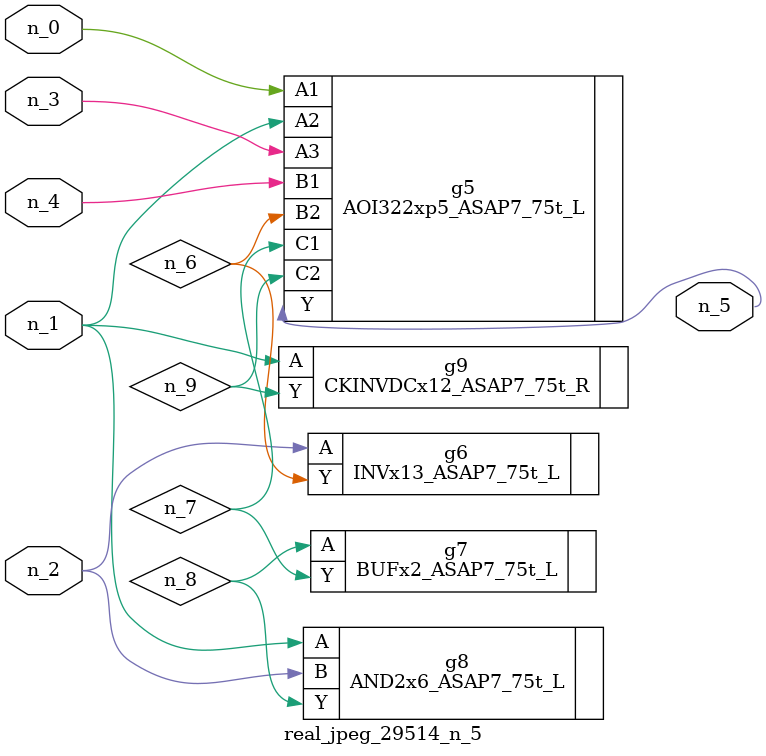
<source format=v>
module real_jpeg_29514_n_5 (n_4, n_0, n_1, n_2, n_3, n_5);

input n_4;
input n_0;
input n_1;
input n_2;
input n_3;

output n_5;

wire n_8;
wire n_6;
wire n_7;
wire n_9;

AOI322xp5_ASAP7_75t_L g5 ( 
.A1(n_0),
.A2(n_1),
.A3(n_3),
.B1(n_4),
.B2(n_6),
.C1(n_7),
.C2(n_9),
.Y(n_5)
);

AND2x6_ASAP7_75t_L g8 ( 
.A(n_1),
.B(n_2),
.Y(n_8)
);

CKINVDCx12_ASAP7_75t_R g9 ( 
.A(n_1),
.Y(n_9)
);

INVx13_ASAP7_75t_L g6 ( 
.A(n_2),
.Y(n_6)
);

BUFx2_ASAP7_75t_L g7 ( 
.A(n_8),
.Y(n_7)
);


endmodule
</source>
